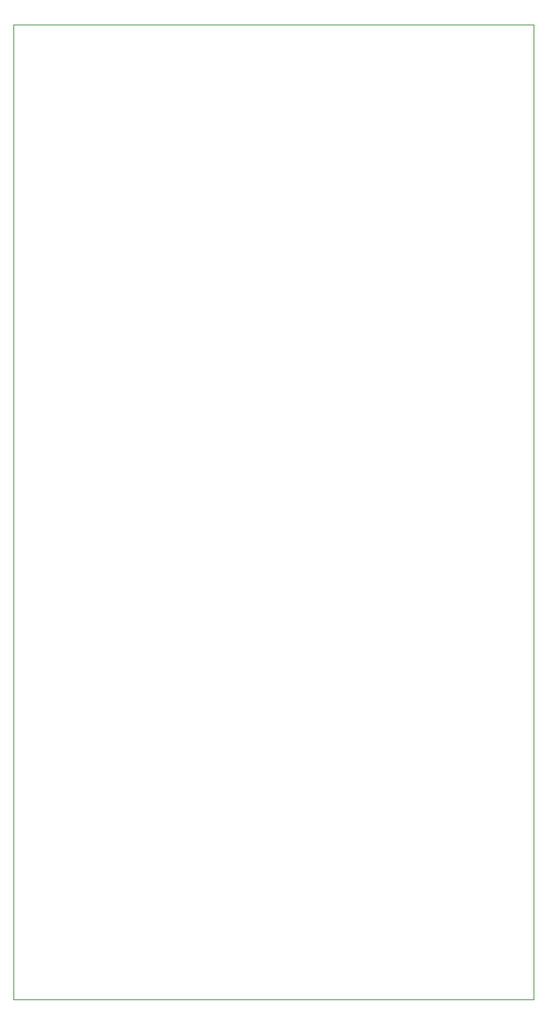
<source format=gbr>
G04 #@! TF.GenerationSoftware,KiCad,Pcbnew,(6.0.0-rc1-dev-1542-gf9f87b3ff-dirty)*
G04 #@! TF.CreationDate,2019-02-04T09:30:53-08:00
G04 #@! TF.ProjectId,qplfo_v22,71706c66-6f5f-4763-9232-2e6b69636164,rev?*
G04 #@! TF.SameCoordinates,PX1329208PY7e341b0*
G04 #@! TF.FileFunction,Profile,NP*
%FSLAX46Y46*%
G04 Gerber Fmt 4.6, Leading zero omitted, Abs format (unit mm)*
G04 Created by KiCad (PCBNEW (6.0.0-rc1-dev-1542-gf9f87b3ff-dirty)) date Monday, 04 February 2019 at 09:30:53*
%MOMM*%
%LPD*%
G04 APERTURE LIST*
%ADD10C,0.100000*%
G04 APERTURE END LIST*
D10*
X0Y0D02*
X59080400Y0D01*
X0Y0D02*
X0Y110744000D01*
X59080400Y110744000D02*
X59080400Y0D01*
X0Y110744000D02*
X59080400Y110744000D01*
M02*

</source>
